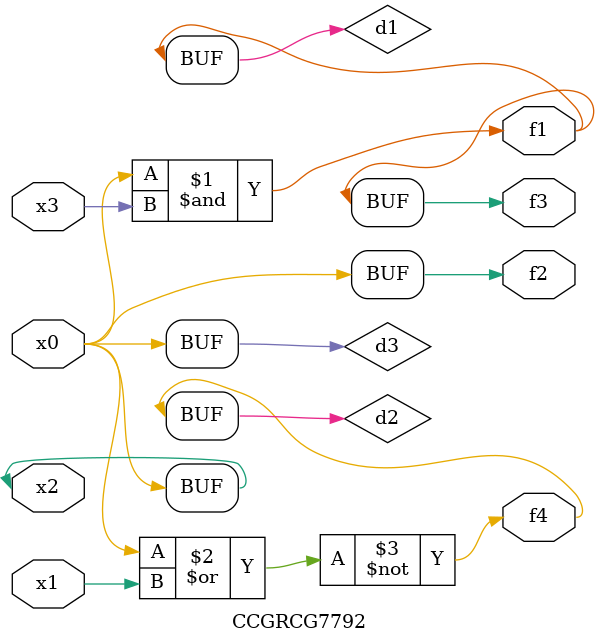
<source format=v>
module CCGRCG7792(
	input x0, x1, x2, x3,
	output f1, f2, f3, f4
);

	wire d1, d2, d3;

	and (d1, x2, x3);
	nor (d2, x0, x1);
	buf (d3, x0, x2);
	assign f1 = d1;
	assign f2 = d3;
	assign f3 = d1;
	assign f4 = d2;
endmodule

</source>
